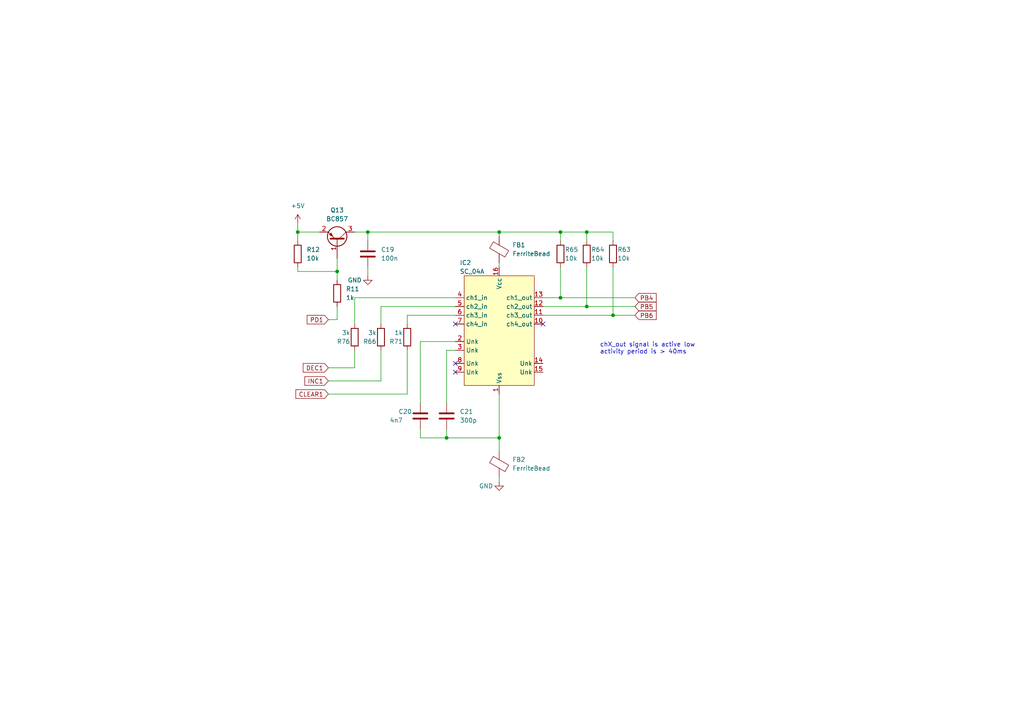
<source format=kicad_sch>
(kicad_sch (version 20211123) (generator eeschema)
  (paper "A4")
  (lib_symbols
    (symbol "Device:C" (pin_numbers hide) (pin_names (offset 0.254))
      (property "Reference" "C" (at 0.635 2.54 0))
      (property "Value" "C" (at 0.635 -2.54 0))
      (symbol "C_0_1"
        (polyline (pts (xy -2.032 -0.762) (xy 2.032 -0.762)) (stroke (width 0.508)))
        (polyline (pts (xy -2.032 0.762) (xy 2.032 0.762)) (stroke (width 0.508)))
      )
      (symbol "C_1_1"
        (pin passive line (at 0 3.81 270) (length 2.794) (name "~") (number "1"))
        (pin passive line (at 0 -3.81 90) (length 2.794) (name "~") (number "2"))
      )
    )
    (symbol "Device:FerriteBead" (pin_numbers hide) (pin_names (offset 0))
      (property "Reference" "FB" (at -3.81 0.635 90))
      (property "Value" "FerriteBead" (at 3.81 0 90))
      (symbol "FerriteBead_0_1"
        (polyline (pts (xy 0 -1.27) (xy 0 -1.2192)))
        (polyline (pts (xy 0 1.27) (xy 0 1.2954)))
        (polyline (pts (xy -2.7686 0.4064) (xy -1.7018 2.2606) (xy 2.7686 -0.3048) (xy 1.6764 -2.159) (xy -2.7686 0.4064)))
      )
      (symbol "FerriteBead_1_1"
        (pin passive line (at 0 3.81 270) (length 2.54) (name "~") (number "1"))
        (pin passive line (at 0 -3.81 90) (length 2.54) (name "~") (number "2"))
      )
    )
    (symbol "Device:R" (pin_numbers hide) (pin_names (offset 0))
      (property "Reference" "R" (at 2.032 0 90))
      (property "Value" "R" (at 0 0 90))
      (symbol "R_0_1"
        (rectangle (start -1.016 -2.54) (end 1.016 2.54) (stroke (width 0.254)))
      )
      (symbol "R_1_1"
        (pin passive line (at 0 3.81 270) (length 1.27) (name "~") (number "1"))
        (pin passive line (at 0 -3.81 90) (length 1.27) (name "~") (number "2"))
      )
    )
    (symbol "Transistor_BJT:BC857" (pin_names (offset 0) hide)
      (property "Reference" "Q" (at 5.08 1.905 0))
      (property "Value" "BC857" (at 5.08 0 0))
      (symbol "BC857_0_1"
        (polyline (pts (xy 0.635 0.635) (xy 2.54 2.54)))
        (polyline (pts (xy 0.635 -0.635) (xy 2.54 -2.54) (xy 2.54 -2.54)))
        (polyline (pts (xy 0.635 1.905) (xy 0.635 -1.905) (xy 0.635 -1.905)) (stroke (width 0.508)))
        (polyline (pts (xy 2.286 -1.778) (xy 1.778 -2.286) (xy 1.27 -1.27) (xy 2.286 -1.778) (xy 2.286 -1.778)) (fill (type outline)))
        (circle (center 1.27 0) (radius 2.8194) (stroke (width 0.254)))
      )
      (symbol "BC857_1_1"
        (pin input line (at -5.08 0 0) (length 5.715) (name "B") (number "1"))
        (pin passive line (at 2.54 -5.08 90) (length 2.54) (name "E") (number "2"))
        (pin passive line (at 2.54 5.08 270) (length 2.54) (name "C") (number "3"))
      )
    )
    (symbol "pff_ic:SC_04A"
      (property "Reference" "U" (at 12.7 -17.78 0))
      (property "Value" "SC_04A" (at 8.89 21.59 0))
      (symbol "SC_04A_0_1"
        (rectangle (start 10.16 -12.7) (end -10.16 19.05) (fill (type background)))
      )
      (symbol "SC_04A_1_1"
        (pin input line (at 0 -15.24 90) (length 2.54) (name "Vss") (number "1"))
        (pin input line (at 12.7 5.08 180) (length 2.54) (name "ch4_out") (number "10"))
        (pin input line (at 12.7 7.62 180) (length 2.54) (name "ch3_out") (number "11"))
        (pin input line (at 12.7 10.16 180) (length 2.54) (name "ch2_out") (number "12"))
        (pin input line (at 12.7 12.7 180) (length 2.54) (name "ch1_out") (number "13"))
        (pin input line (at 12.7 -6.35 180) (length 2.54) (name "Unk") (number "14"))
        (pin input line (at 12.7 -8.89 180) (length 2.54) (name "Unk") (number "15"))
        (pin input line (at 0 21.59 270) (length 2.54) (name "Vcc") (number "16"))
        (pin input line (at -12.7 0 0) (length 2.54) (name "Unk") (number "2"))
        (pin input line (at -12.7 -2.54 0) (length 2.54) (name "Unk") (number "3"))
        (pin input line (at -12.7 12.7 0) (length 2.54) (name "ch1_in") (number "4"))
        (pin input line (at -12.7 10.16 0) (length 2.54) (name "ch2_in") (number "5"))
        (pin input line (at -12.7 7.62 0) (length 2.54) (name "ch3_in") (number "6"))
        (pin input line (at -12.7 5.08 0) (length 2.54) (name "ch4_in") (number "7"))
        (pin input line (at -12.7 -6.35 0) (length 2.54) (name "Unk") (number "8"))
        (pin input line (at -12.7 -8.89 0) (length 2.54) (name "Unk") (number "9"))
      )
    )
    (symbol "power:+5V" (power) (pin_names (offset 0))
      (property "Value" "+5V" (at 0 3.556 0))
      (symbol "+5V_0_1"
        (polyline (pts (xy -0.762 1.27) (xy 0 2.54)))
        (polyline (pts (xy 0 0) (xy 0 2.54)))
        (polyline (pts (xy 0 2.54) (xy 0.762 1.27)))
      )
      (symbol "+5V_1_1"
        (pin power_in line (at 0 0 90) (length 0) hide (name "+5V") (number "1"))
      )
    )
    (symbol "power:GND" (power) (pin_names (offset 0))
      (property "Value" "GND" (at 0 -3.81 0))
      (symbol "GND_0_1"
        (polyline (pts (xy 0 0) (xy 0 -1.27) (xy 1.27 -1.27) (xy 0 -2.54) (xy -1.27 -1.27) (xy 0 -1.27)))
      )
      (symbol "GND_1_1"
        (pin power_in line (at 0 0 270) (length 0) hide (name "GND") (number "1"))
      )
    )
  )
  (junction (at 162.56 86.36))
  (junction (at 144.78 127))
  (junction (at 129.54 127))
  (junction (at 162.56 67.31))
  (junction (at 86.36 67.31))
  (junction (at 106.68 67.31))
  (junction (at 177.8 91.44))
  (junction (at 170.18 88.9))
  (junction (at 144.78 67.31))
  (junction (at 170.18 67.31))
  (junction (at 97.79 78.74))
  (no_connect (at 132.08 105.41))
  (no_connect (at 132.08 107.95))
  (no_connect (at 157.48 93.98))
  (no_connect (at 132.08 93.98))
  (wire (pts (xy 170.18 88.9) (xy 184.15 88.9)))
  (wire (pts (xy 162.56 86.36) (xy 184.15 86.36)))
  (wire (pts (xy 144.78 76.2) (xy 144.78 77.47)))
  (wire (pts (xy 86.36 77.47) (xy 86.36 78.74)))
  (wire (pts (xy 102.87 86.36) (xy 132.08 86.36)))
  (wire (pts (xy 144.78 114.3) (xy 144.78 127)))
  (wire (pts (xy 157.48 88.9) (xy 170.18 88.9)))
  (wire (pts (xy 144.78 138.43) (xy 144.78 139.7)))
  (wire (pts (xy 177.8 91.44) (xy 177.8 77.47)))
  (wire (pts (xy 121.92 127) (xy 129.54 127)))
  (wire (pts (xy 170.18 67.31) (xy 177.8 67.31)))
  (wire (pts (xy 95.25 106.68) (xy 102.87 106.68)))
  (wire (pts (xy 162.56 67.31) (xy 162.56 69.85)))
  (wire (pts (xy 106.68 67.31) (xy 106.68 69.85)))
  (wire (pts (xy 144.78 67.31) (xy 162.56 67.31)))
  (wire (pts (xy 144.78 127) (xy 144.78 130.81)))
  (wire (pts (xy 110.49 88.9) (xy 132.08 88.9)))
  (wire (pts (xy 95.25 110.49) (xy 110.49 110.49)))
  (wire (pts (xy 86.36 69.85) (xy 86.36 67.31)))
  (wire (pts (xy 118.11 91.44) (xy 132.08 91.44)))
  (wire (pts (xy 110.49 93.98) (xy 110.49 88.9)))
  (wire (pts (xy 86.36 64.77) (xy 86.36 67.31)))
  (wire (pts (xy 102.87 93.98) (xy 102.87 86.36)))
  (wire (pts (xy 110.49 110.49) (xy 110.49 101.6)))
  (wire (pts (xy 121.92 116.84) (xy 121.92 99.06)))
  (wire (pts (xy 162.56 67.31) (xy 170.18 67.31)))
  (wire (pts (xy 129.54 124.46) (xy 129.54 127)))
  (wire (pts (xy 121.92 124.46) (xy 121.92 127)))
  (wire (pts (xy 129.54 101.6) (xy 129.54 116.84)))
  (wire (pts (xy 144.78 67.31) (xy 144.78 68.58)))
  (wire (pts (xy 170.18 67.31) (xy 170.18 69.85)))
  (wire (pts (xy 118.11 93.98) (xy 118.11 91.44)))
  (wire (pts (xy 86.36 78.74) (xy 97.79 78.74)))
  (wire (pts (xy 177.8 91.44) (xy 184.15 91.44)))
  (wire (pts (xy 95.25 92.71) (xy 97.79 92.71)))
  (wire (pts (xy 157.48 91.44) (xy 177.8 91.44)))
  (wire (pts (xy 97.79 92.71) (xy 97.79 88.9)))
  (wire (pts (xy 170.18 88.9) (xy 170.18 77.47)))
  (wire (pts (xy 102.87 67.31) (xy 106.68 67.31)))
  (wire (pts (xy 162.56 77.47) (xy 162.56 86.36)))
  (wire (pts (xy 106.68 77.47) (xy 106.68 80.01)))
  (wire (pts (xy 132.08 101.6) (xy 129.54 101.6)))
  (wire (pts (xy 118.11 114.3) (xy 118.11 101.6)))
  (wire (pts (xy 129.54 127) (xy 144.78 127)))
  (wire (pts (xy 106.68 67.31) (xy 144.78 67.31)))
  (wire (pts (xy 121.92 99.06) (xy 132.08 99.06)))
  (wire (pts (xy 97.79 74.93) (xy 97.79 78.74)))
  (wire (pts (xy 177.8 67.31) (xy 177.8 69.85)))
  (wire (pts (xy 86.36 67.31) (xy 92.71 67.31)))
  (wire (pts (xy 102.87 106.68) (xy 102.87 101.6)))
  (wire (pts (xy 97.79 78.74) (xy 97.79 81.28)))
  (wire (pts (xy 95.25 114.3) (xy 118.11 114.3)))
  (wire (pts (xy 162.56 86.36) (xy 157.48 86.36)))
  (text "chX_out signal is active low \nactivity period is > 40ms" (at 173.99 102.87 0) (effects (font (size 1.27 1.27)) (justify left bottom)))
  (global_label "INC1" (shape input) (at 95.25 110.49 180) (property "Intersheet References" "${INTERSHEET_REFS}" (effects hide)))
  (global_label "PD1" (shape input) (at 95.25 92.71 180) (property "Intersheet References" "${INTERSHEET_REFS}" (effects hide)))
  (global_label "PB6" (shape input) (at 184.15 91.44 0) (property "Intersheet References" "${INTERSHEET_REFS}" (effects hide)))
  (global_label "DEC1" (shape input) (at 95.25 106.68 180) (property "Intersheet References" "${INTERSHEET_REFS}" (effects hide)))
  (global_label "CLEAR1" (shape input) (at 95.25 114.3 180) (property "Intersheet References" "${INTERSHEET_REFS}" (effects hide)))
  (global_label "PB4" (shape input) (at 184.15 86.36 0) (property "Intersheet References" "${INTERSHEET_REFS}" (effects hide)))
  (global_label "PB5" (shape input) (at 184.15 88.9 0) (property "Intersheet References" "${INTERSHEET_REFS}" (effects hide)))
  (symbol (lib_id "Device:C") (at 106.68 73.66 0) (unit 1)
    (property "Reference" "C19" (at 110.49 72.3899 0) (effects (justify left)))
    (property "Value" "100n" (at 110.49 74.9299 0) (effects (justify left)))
    (property "Footprint" "Capacitor_SMD:C_0805_2012Metric" (effects hide))
  )
  (symbol (lib_id "Device:C") (at 129.54 120.65 0) (unit 1)
    (property "Reference" "C21" (at 133.35 119.3799 0) (effects (justify left)))
    (property "Value" "300p" (at 133.35 121.9199 0) (effects (justify left)))
  )
  (symbol (lib_id "power:GND") (at 106.68 80.01 0) (mirror y) (unit 1)
    (property "Reference" "#PWR?" (effects hide))
    (property "Value" "GND" (at 102.87 81.28 0))
  )
  (symbol (lib_id "Device:R") (at 110.49 97.79 0) (mirror x) (unit 1)
    (property "Reference" "R66" (at 109.22 99.06 0) (effects (justify right)))
    (property "Value" "3k" (at 109.22 96.52 0) (effects (justify right)))
    (property "Footprint" "Resistor_SMD:R_0805_2012Metric" (effects hide))
  )
  (symbol (lib_id "Transistor_BJT:BC857") (at 97.79 69.85 270) (mirror x) (unit 1)
    (property "Reference" "Q13" (at 97.79 60.96 90))
    (property "Value" "BC857" (at 97.79 63.5 90))
    (property "Footprint" "Package_TO_SOT_SMD:SOT-23" (effects hide))
    (property "Datasheet" "https://www.onsemi.com/pub/Collateral/BC860-D.pdf" (effects hide))
  )
  (symbol (lib_id "Device:R") (at 102.87 97.79 0) (mirror x) (unit 1)
    (property "Reference" "R76" (at 101.6 99.06 0) (effects (justify right)))
    (property "Value" "3k" (at 101.6 96.52 0) (effects (justify right)))
    (property "Footprint" "Resistor_SMD:R_0805_2012Metric" (effects hide))
  )
  (symbol (lib_id "Device:R") (at 97.79 85.09 0) (mirror y) (unit 1)
    (property "Reference" "R11" (at 100.33 83.8199 0) (effects (justify right)))
    (property "Value" "1k" (at 100.33 86.3599 0) (effects (justify right)))
    (property "Footprint" "Resistor_SMD:R_0805_2012Metric" (effects hide))
  )
  (symbol (lib_id "Device:R") (at 170.18 73.66 0) (mirror y) (unit 1)
    (property "Reference" "R64" (at 171.45 72.39 0) (effects (justify right)))
    (property "Value" "10k" (at 171.45 74.93 0) (effects (justify right)))
    (property "Footprint" "Resistor_SMD:R_0805_2012Metric" (effects hide))
  )
  (symbol (lib_id "Device:R") (at 118.11 97.79 0) (mirror x) (unit 1)
    (property "Reference" "R71" (at 116.84 99.06 0) (effects (justify right)))
    (property "Value" "1k" (at 116.84 96.52 0) (effects (justify right)))
    (property "Footprint" "Resistor_SMD:R_0805_2012Metric" (effects hide))
  )
  (symbol (lib_id "Device:C") (at 121.92 120.65 0) (unit 1)
    (property "Reference" "C20" (at 115.57 119.38 0) (effects (justify left)))
    (property "Value" "4n7" (at 113.03 121.92 0) (effects (justify left)))
  )
  (symbol (lib_id "pff_ic:SC_04A") (at 144.78 99.06 0) (unit 1)
    (property "Reference" "IC2" (at 133.35 76.2 0) (effects (justify left)))
    (property "Value" "SC_04A" (at 133.35 78.74 0) (effects (justify left)))
  )
  (symbol (lib_id "power:GND") (at 144.78 139.7 0) (mirror y) (unit 1)
    (property "Reference" "#PWR?" (effects hide))
    (property "Value" "GND" (at 140.97 140.97 0))
  )
  (symbol (lib_id "Device:R") (at 162.56 73.66 0) (mirror y) (unit 1)
    (property "Reference" "R65" (at 163.83 72.39 0) (effects (justify right)))
    (property "Value" "10k" (at 163.83 74.93 0) (effects (justify right)))
    (property "Footprint" "Resistor_SMD:R_0805_2012Metric" (effects hide))
  )
  (symbol (lib_id "Device:FerriteBead") (at 144.78 72.39 0) (unit 1)
    (property "Reference" "FB1" (at 148.59 71.0691 0) (effects (justify left)))
    (property "Value" "FerriteBead" (at 148.59 73.6091 0) (effects (justify left)))
  )
  (symbol (lib_id "power:+5V") (at 86.36 64.77 0) (unit 1)
    (property "Reference" "#PWR?" (effects hide))
    (property "Value" "+5V" (at 86.36 59.69 0))
  )
  (symbol (lib_id "Device:FerriteBead") (at 144.78 134.62 0) (unit 1)
    (property "Reference" "FB2" (at 148.59 133.2991 0) (effects (justify left)))
    (property "Value" "FerriteBead" (at 148.59 135.8391 0) (effects (justify left)))
  )
  (symbol (lib_id "Device:R") (at 86.36 73.66 0) (mirror y) (unit 1)
    (property "Reference" "R12" (at 88.9 72.3899 0) (effects (justify right)))
    (property "Value" "10k" (at 88.9 74.9299 0) (effects (justify right)))
    (property "Footprint" "Resistor_SMD:R_0805_2012Metric" (effects hide))
  )
  (symbol (lib_id "Device:R") (at 177.8 73.66 0) (mirror y) (unit 1)
    (property "Reference" "R63" (at 179.07 72.39 0) (effects (justify right)))
    (property "Value" "10k" (at 179.07 74.93 0) (effects (justify right)))
    (property "Footprint" "Resistor_SMD:R_0805_2012Metric" (effects hide))
  )
)
</source>
